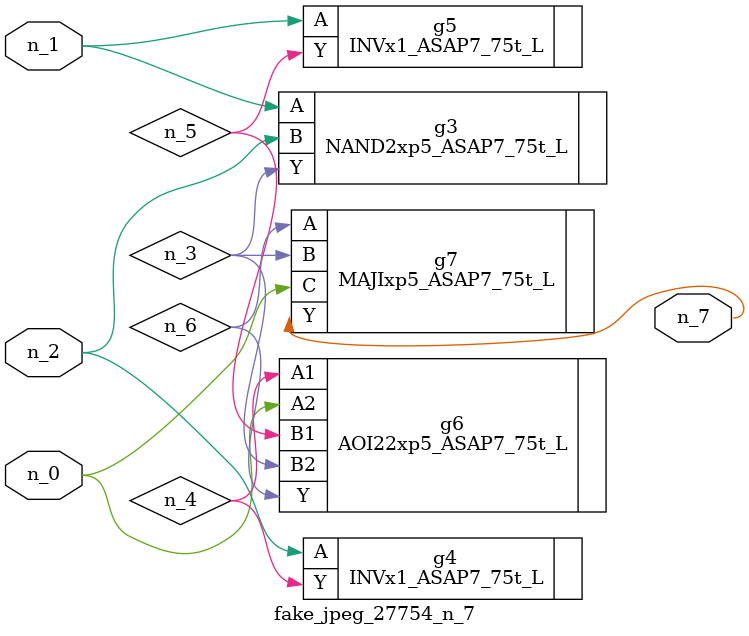
<source format=v>
module fake_jpeg_27754_n_7 (n_0, n_2, n_1, n_7);

input n_0;
input n_2;
input n_1;

output n_7;

wire n_3;
wire n_4;
wire n_6;
wire n_5;

NAND2xp5_ASAP7_75t_L g3 ( 
.A(n_1),
.B(n_2),
.Y(n_3)
);

INVx1_ASAP7_75t_L g4 ( 
.A(n_2),
.Y(n_4)
);

INVx1_ASAP7_75t_L g5 ( 
.A(n_1),
.Y(n_5)
);

AOI22xp5_ASAP7_75t_L g6 ( 
.A1(n_4),
.A2(n_0),
.B1(n_5),
.B2(n_3),
.Y(n_6)
);

MAJIxp5_ASAP7_75t_L g7 ( 
.A(n_6),
.B(n_3),
.C(n_0),
.Y(n_7)
);


endmodule
</source>
